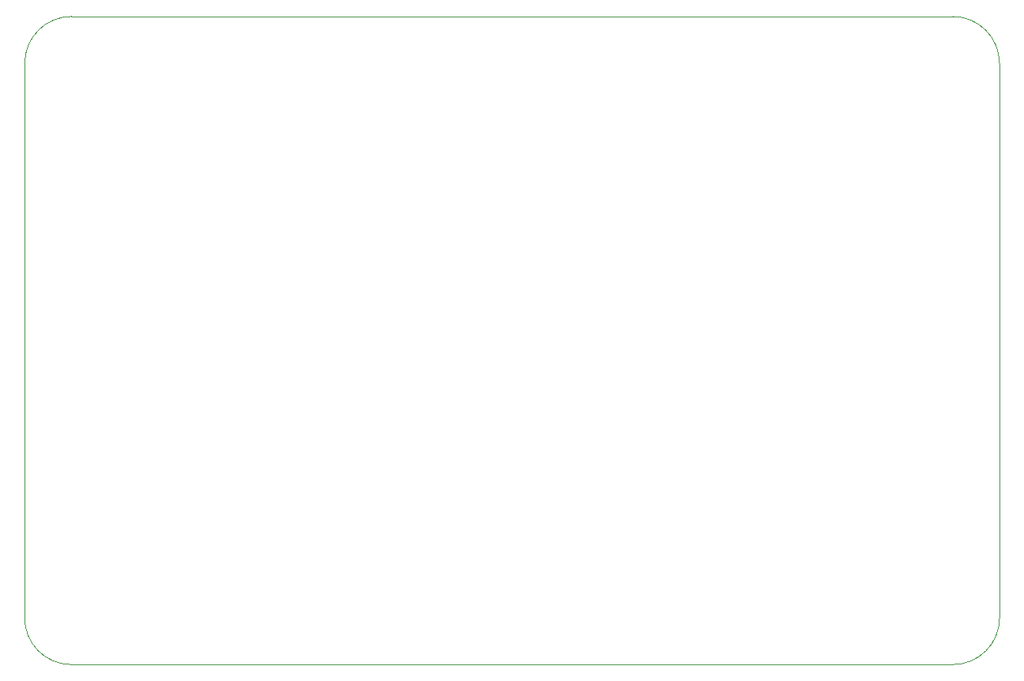
<source format=gbr>
%TF.GenerationSoftware,KiCad,Pcbnew,5.1.10*%
%TF.CreationDate,2021-12-13T16:46:35-05:00*%
%TF.ProjectId,DACBoard,44414342-6f61-4726-942e-6b696361645f,rev?*%
%TF.SameCoordinates,Original*%
%TF.FileFunction,Profile,NP*%
%FSLAX46Y46*%
G04 Gerber Fmt 4.6, Leading zero omitted, Abs format (unit mm)*
G04 Created by KiCad (PCBNEW 5.1.10) date 2021-12-13 16:46:35*
%MOMM*%
%LPD*%
G01*
G04 APERTURE LIST*
%TA.AperFunction,Profile*%
%ADD10C,0.050000*%
%TD*%
G04 APERTURE END LIST*
D10*
X130636000Y-110219500D02*
G75*
G03*
X135636000Y-105219500I0J5000000D01*
G01*
X135619500Y-45767000D02*
G75*
G03*
X130619500Y-40767000I-5000000J0D01*
G01*
X36258500Y-40767000D02*
G75*
G03*
X31258500Y-45767000I0J-5000000D01*
G01*
X31242000Y-105219500D02*
G75*
G03*
X36242000Y-110219500I5000000J0D01*
G01*
X135636000Y-105219500D02*
X135619500Y-45767000D01*
X36242000Y-110219500D02*
X130636000Y-110219500D01*
X31258500Y-45767000D02*
X31242000Y-105219500D01*
X130619500Y-40767000D02*
X36258500Y-40767000D01*
M02*

</source>
